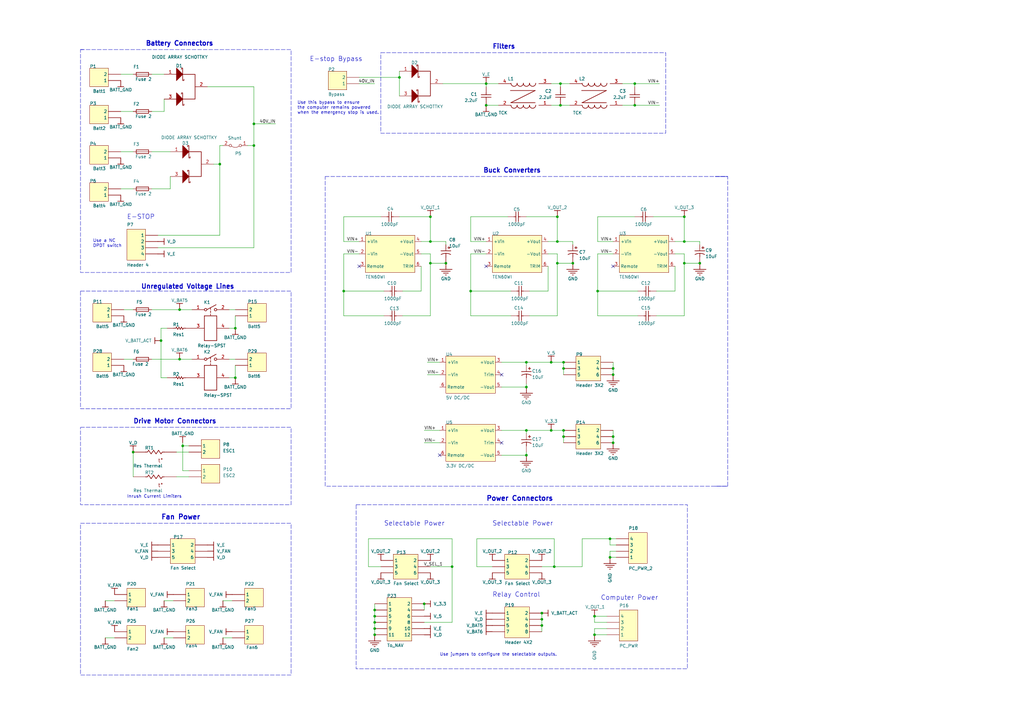
<source format=kicad_sch>
(kicad_sch (version 20230121) (generator eeschema)
  (paper "A3")
  (junction (at 234.95 107.95))
  (junction (at 182.88 107.95))
  (junction (at 153.67 257.81))
  (junction (at 228.6 99.06))
  (junction (at 176.53 99.06))
  (junction (at 227.33 232.41))
  (junction (at 153.67 250.19))
  (junction (at 54.61 185.42))
  (junction (at 231.14 176.53))
  (junction (at 193.04 119.38))
  (junction (at 104.14 59.69))
  (junction (at 66.04 139.7))
  (junction (at 104.14 50.8))
  (junction (at 215.9 148.59))
  (junction (at 280.67 99.06))
  (junction (at 228.6 88.9))
  (junction (at 96.52 134.62))
  (junction (at 251.46 153.67))
  (junction (at 231.14 148.59))
  (junction (at 153.67 252.73))
  (junction (at 199.39 43.18))
  (junction (at 250.19 228.6))
  (junction (at 231.14 179.07))
  (junction (at 251.46 181.61))
  (junction (at 215.9 176.53))
  (junction (at 243.84 260.35))
  (junction (at 176.53 107.95))
  (junction (at 222.25 256.54))
  (junction (at 245.11 119.38))
  (junction (at 260.35 43.18))
  (junction (at 226.06 176.53))
  (junction (at 222.25 254))
  (junction (at 96.52 154.94))
  (junction (at 280.67 88.9))
  (junction (at 153.67 260.35))
  (junction (at 287.02 107.95))
  (junction (at 73.66 147.32))
  (junction (at 74.93 182.88))
  (junction (at 260.35 34.29))
  (junction (at 163.83 31.75))
  (junction (at 185.42 232.41))
  (junction (at 226.06 148.59))
  (junction (at 250.19 220.98))
  (junction (at 229.87 34.29))
  (junction (at 73.66 127))
  (junction (at 229.87 43.18))
  (junction (at 173.99 247.65))
  (junction (at 215.9 186.69))
  (junction (at 90.17 67.31))
  (junction (at 231.14 151.13))
  (junction (at 222.25 251.46))
  (junction (at 215.9 158.75))
  (junction (at 140.97 119.38))
  (junction (at 251.46 179.07))
  (junction (at 228.6 107.95))
  (junction (at 243.84 252.73))
  (junction (at 251.46 151.13))
  (junction (at 176.53 88.9))
  (junction (at 280.67 107.95))
  (junction (at 153.67 255.27))
  (junction (at 199.39 34.29))
  (no_connect (at 199.39 109.22))
  (no_connect (at 251.46 109.22))
  (no_connect (at 147.32 109.22))
  (no_connect (at 205.74 153.67))
  (no_connect (at 205.74 181.61))
  (no_connect (at 180.34 186.69))
  (wire (pts (xy 245.11 119.38) (xy 245.11 129.54)))
  (wire (pts (xy 140.97 99.06) (xy 140.97 88.9)))
  (wire (pts (xy 50.8 127) (xy 54.61 127)))
  (wire (pts (xy 238.76 220.98) (xy 250.19 220.98)))
  (wire (pts (xy 182.88 100.33) (xy 182.88 99.06)))
  (wire (pts (xy 43.18 261.62) (xy 46.99 261.62)))
  (wire (pts (xy 229.87 34.29) (xy 233.68 34.29)))
  (wire (pts (xy 62.23 127) (xy 73.66 127)))
  (wire (pts (xy 49.53 45.72) (xy 54.61 45.72)))
  (wire (pts (xy 66.04 134.62) (xy 66.04 139.7)))
  (wire (pts (xy 172.72 104.14) (xy 176.53 104.14)))
  (wire (pts (xy 173.99 255.27) (xy 185.42 255.27)))
  (wire (pts (xy 226.06 34.29) (xy 229.87 34.29)))
  (wire (pts (xy 101.6 59.69) (xy 104.14 59.69)))
  (wire (pts (xy 255.27 34.29) (xy 260.35 34.29)))
  (wire (pts (xy 255.27 43.18) (xy 260.35 43.18)))
  (wire (pts (xy 185.42 220.98) (xy 185.42 232.41)))
  (wire (pts (xy 165.1 129.54) (xy 176.53 129.54)))
  (wire (pts (xy 269.24 119.38) (xy 276.86 119.38)))
  (wire (pts (xy 250.19 226.06) (xy 250.19 228.6)))
  (wire (pts (xy 231.14 151.13) (xy 231.14 153.67)))
  (wire (pts (xy 173.99 181.61) (xy 180.34 181.61)))
  (wire (pts (xy 49.53 62.23) (xy 54.61 62.23)))
  (wire (pts (xy 157.48 129.54) (xy 140.97 129.54)))
  (wire (pts (xy 96.52 129.54) (xy 96.52 134.62)))
  (wire (pts (xy 227.33 232.41) (xy 227.33 220.98)))
  (polyline (pts (xy 293.37 199.39) (xy 298.45 199.39)))
  (wire (pts (xy 238.76 232.41) (xy 227.33 232.41)))
  (wire (pts (xy 104.14 59.69) (xy 104.14 101.6)))
  (wire (pts (xy 176.53 88.9) (xy 176.53 99.06)))
  (wire (pts (xy 251.46 148.59) (xy 251.46 151.13)))
  (wire (pts (xy 140.97 129.54) (xy 140.97 119.38)))
  (wire (pts (xy 224.79 109.22) (xy 224.79 119.38)))
  (wire (pts (xy 251.46 176.53) (xy 251.46 179.07)))
  (wire (pts (xy 199.39 34.29) (xy 204.47 34.29)))
  (wire (pts (xy 199.39 43.18) (xy 204.47 43.18)))
  (wire (pts (xy 229.87 43.18) (xy 233.68 43.18)))
  (wire (pts (xy 250.19 223.52) (xy 252.73 223.52)))
  (wire (pts (xy 252.73 226.06) (xy 250.19 226.06)))
  (wire (pts (xy 69.85 72.39) (xy 69.85 77.47)))
  (wire (pts (xy 72.39 195.58) (xy 77.47 195.58)))
  (wire (pts (xy 140.97 99.06) (xy 147.32 99.06)))
  (wire (pts (xy 222.25 256.54) (xy 222.25 259.08)))
  (wire (pts (xy 260.35 34.29) (xy 260.35 35.56)))
  (wire (pts (xy 222.25 254) (xy 222.25 256.54)))
  (wire (pts (xy 228.6 107.95) (xy 228.6 129.54)))
  (wire (pts (xy 238.76 232.41) (xy 238.76 220.98)))
  (wire (pts (xy 153.67 247.65) (xy 153.67 250.19)))
  (wire (pts (xy 90.17 59.69) (xy 91.44 59.69)))
  (wire (pts (xy 217.17 129.54) (xy 228.6 129.54)))
  (wire (pts (xy 226.06 148.59) (xy 231.14 148.59)))
  (wire (pts (xy 267.97 88.9) (xy 280.67 88.9)))
  (wire (pts (xy 90.17 67.31) (xy 90.17 96.52)))
  (wire (pts (xy 140.97 104.14) (xy 147.32 104.14)))
  (wire (pts (xy 205.74 148.59) (xy 215.9 148.59)))
  (wire (pts (xy 201.93 232.41) (xy 195.58 232.41)))
  (wire (pts (xy 280.67 99.06) (xy 287.02 99.06)))
  (polyline (pts (xy 33.02 20.32) (xy 34.29 20.32)))
  (wire (pts (xy 224.79 99.06) (xy 228.6 99.06)))
  (wire (pts (xy 231.14 179.07) (xy 231.14 181.61)))
  (wire (pts (xy 50.8 147.32) (xy 54.61 147.32)))
  (wire (pts (xy 172.72 99.06) (xy 176.53 99.06)))
  (wire (pts (xy 195.58 220.98) (xy 227.33 220.98)))
  (wire (pts (xy 77.47 193.04) (xy 74.93 193.04)))
  (wire (pts (xy 193.04 88.9) (xy 193.04 99.06)))
  (wire (pts (xy 151.13 220.98) (xy 185.42 220.98)))
  (wire (pts (xy 215.9 185.42) (xy 215.9 186.69)))
  (wire (pts (xy 260.35 34.29) (xy 270.51 34.29)))
  (wire (pts (xy 231.14 176.53) (xy 231.14 179.07)))
  (wire (pts (xy 140.97 104.14) (xy 140.97 119.38)))
  (wire (pts (xy 176.53 107.95) (xy 182.88 107.95)))
  (wire (pts (xy 176.53 232.41) (xy 185.42 232.41)))
  (wire (pts (xy 54.61 185.42) (xy 54.61 195.58)))
  (wire (pts (xy 205.74 186.69) (xy 215.9 186.69)))
  (wire (pts (xy 176.53 99.06) (xy 182.88 99.06)))
  (wire (pts (xy 62.23 147.32) (xy 73.66 147.32)))
  (wire (pts (xy 224.79 104.14) (xy 228.6 104.14)))
  (wire (pts (xy 173.99 176.53) (xy 180.34 176.53)))
  (wire (pts (xy 74.93 182.88) (xy 74.93 193.04)))
  (wire (pts (xy 208.28 88.9) (xy 193.04 88.9)))
  (wire (pts (xy 104.14 35.56) (xy 104.14 50.8)))
  (wire (pts (xy 64.77 96.52) (xy 90.17 96.52)))
  (wire (pts (xy 153.67 257.81) (xy 153.67 260.35)))
  (wire (pts (xy 87.63 67.31) (xy 90.17 67.31)))
  (wire (pts (xy 250.19 228.6) (xy 252.73 228.6)))
  (wire (pts (xy 215.9 88.9) (xy 228.6 88.9)))
  (wire (pts (xy 153.67 255.27) (xy 153.67 257.81)))
  (wire (pts (xy 215.9 157.48) (xy 215.9 158.75)))
  (wire (pts (xy 280.67 88.9) (xy 280.67 99.06)))
  (wire (pts (xy 73.66 127) (xy 78.74 127)))
  (wire (pts (xy 224.79 119.38) (xy 217.17 119.38)))
  (wire (pts (xy 68.58 134.62) (xy 66.04 134.62)))
  (wire (pts (xy 49.53 77.47) (xy 54.61 77.47)))
  (wire (pts (xy 66.04 154.94) (xy 66.04 139.7)))
  (wire (pts (xy 209.55 129.54) (xy 193.04 129.54)))
  (wire (pts (xy 280.67 107.95) (xy 280.67 129.54)))
  (wire (pts (xy 193.04 99.06) (xy 199.39 99.06)))
  (wire (pts (xy 276.86 119.38) (xy 276.86 109.22)))
  (wire (pts (xy 193.04 104.14) (xy 193.04 119.38)))
  (wire (pts (xy 243.84 255.27) (xy 243.84 252.73)))
  (wire (pts (xy 215.9 148.59) (xy 226.06 148.59)))
  (wire (pts (xy 243.84 257.81) (xy 243.84 260.35)))
  (wire (pts (xy 251.46 99.06) (xy 245.11 99.06)))
  (wire (pts (xy 245.11 88.9) (xy 245.11 99.06)))
  (wire (pts (xy 163.83 29.21) (xy 163.83 31.75)))
  (wire (pts (xy 140.97 119.38) (xy 157.48 119.38)))
  (wire (pts (xy 195.58 232.41) (xy 195.58 220.98)))
  (wire (pts (xy 49.53 30.48) (xy 54.61 30.48)))
  (wire (pts (xy 228.6 107.95) (xy 234.95 107.95)))
  (wire (pts (xy 245.11 104.14) (xy 251.46 104.14)))
  (wire (pts (xy 226.06 176.53) (xy 231.14 176.53)))
  (wire (pts (xy 172.72 109.22) (xy 172.72 119.38)))
  (wire (pts (xy 67.31 40.64) (xy 67.31 45.72)))
  (wire (pts (xy 248.92 255.27) (xy 243.84 255.27)))
  (wire (pts (xy 62.23 77.47) (xy 69.85 77.47)))
  (wire (pts (xy 62.23 30.48) (xy 67.31 30.48)))
  (wire (pts (xy 193.04 119.38) (xy 209.55 119.38)))
  (polyline (pts (xy 293.37 72.39) (xy 298.45 72.39)))
  (wire (pts (xy 243.84 252.73) (xy 248.92 252.73)))
  (wire (pts (xy 64.77 101.6) (xy 104.14 101.6)))
  (wire (pts (xy 280.67 107.95) (xy 287.02 107.95)))
  (wire (pts (xy 193.04 104.14) (xy 199.39 104.14)))
  (wire (pts (xy 260.35 43.18) (xy 270.51 43.18)))
  (wire (pts (xy 140.97 88.9) (xy 156.21 88.9)))
  (wire (pts (xy 222.25 251.46) (xy 222.25 254)))
  (wire (pts (xy 91.44 261.62) (xy 95.25 261.62)))
  (wire (pts (xy 199.39 34.29) (xy 199.39 35.56)))
  (wire (pts (xy 228.6 104.14) (xy 228.6 107.95)))
  (wire (pts (xy 74.93 181.61) (xy 74.93 182.88)))
  (wire (pts (xy 147.32 34.29) (xy 153.67 34.29)))
  (wire (pts (xy 181.61 34.29) (xy 199.39 34.29)))
  (wire (pts (xy 153.67 250.19) (xy 153.67 252.73)))
  (wire (pts (xy 85.09 35.56) (xy 104.14 35.56)))
  (wire (pts (xy 226.06 43.18) (xy 229.87 43.18)))
  (wire (pts (xy 231.14 148.59) (xy 231.14 151.13)))
  (wire (pts (xy 245.11 104.14) (xy 245.11 119.38)))
  (wire (pts (xy 67.31 261.62) (xy 71.12 261.62)))
  (wire (pts (xy 245.11 119.38) (xy 261.62 119.38)))
  (wire (pts (xy 193.04 129.54) (xy 193.04 119.38)))
  (wire (pts (xy 276.86 104.14) (xy 280.67 104.14)))
  (wire (pts (xy 113.03 50.8) (xy 104.14 50.8)))
  (wire (pts (xy 91.44 246.38) (xy 95.25 246.38)))
  (wire (pts (xy 151.13 232.41) (xy 151.13 220.98)))
  (wire (pts (xy 228.6 99.06) (xy 234.95 99.06)))
  (wire (pts (xy 153.67 252.73) (xy 153.67 255.27)))
  (wire (pts (xy 93.98 127) (xy 96.52 127)))
  (wire (pts (xy 215.9 176.53) (xy 226.06 176.53)))
  (wire (pts (xy 176.53 107.95) (xy 176.53 129.54)))
  (wire (pts (xy 243.84 260.35) (xy 248.92 260.35)))
  (wire (pts (xy 228.6 88.9) (xy 228.6 99.06)))
  (wire (pts (xy 245.11 129.54) (xy 261.62 129.54)))
  (wire (pts (xy 74.93 182.88) (xy 77.47 182.88)))
  (wire (pts (xy 215.9 148.59) (xy 215.9 149.86)))
  (wire (pts (xy 175.26 148.59) (xy 180.34 148.59)))
  (wire (pts (xy 245.11 88.9) (xy 260.35 88.9)))
  (wire (pts (xy 280.67 104.14) (xy 280.67 107.95)))
  (wire (pts (xy 93.98 134.62) (xy 96.52 134.62)))
  (wire (pts (xy 96.52 149.86) (xy 96.52 154.94)))
  (wire (pts (xy 165.1 119.38) (xy 172.72 119.38)))
  (wire (pts (xy 250.19 220.98) (xy 252.73 220.98)))
  (wire (pts (xy 222.25 232.41) (xy 227.33 232.41)))
  (wire (pts (xy 229.87 34.29) (xy 229.87 35.56)))
  (wire (pts (xy 163.83 31.75) (xy 163.83 39.37)))
  (wire (pts (xy 276.86 99.06) (xy 280.67 99.06)))
  (wire (pts (xy 93.98 154.94) (xy 96.52 154.94)))
  (wire (pts (xy 251.46 151.13) (xy 251.46 153.67)))
  (wire (pts (xy 205.74 176.53) (xy 215.9 176.53)))
  (wire (pts (xy 248.92 257.81) (xy 243.84 257.81)))
  (wire (pts (xy 156.21 232.41) (xy 151.13 232.41)))
  (wire (pts (xy 104.14 50.8) (xy 104.14 59.69)))
  (wire (pts (xy 68.58 154.94) (xy 66.04 154.94)))
  (wire (pts (xy 173.99 247.65) (xy 173.99 250.19)))
  (wire (pts (xy 163.83 88.9) (xy 176.53 88.9)))
  (wire (pts (xy 205.74 158.75) (xy 215.9 158.75)))
  (wire (pts (xy 67.31 45.72) (xy 62.23 45.72)))
  (wire (pts (xy 234.95 100.33) (xy 234.95 99.06)))
  (wire (pts (xy 43.18 246.38) (xy 46.99 246.38)))
  (wire (pts (xy 93.98 147.32) (xy 96.52 147.32)))
  (wire (pts (xy 90.17 59.69) (xy 90.17 67.31)))
  (wire (pts (xy 72.39 185.42) (xy 77.47 185.42)))
  (wire (pts (xy 251.46 179.07) (xy 251.46 181.61)))
  (wire (pts (xy 176.53 104.14) (xy 176.53 107.95)))
  (wire (pts (xy 269.24 129.54) (xy 280.67 129.54)))
  (wire (pts (xy 73.66 147.32) (xy 78.74 147.32)))
  (wire (pts (xy 147.32 31.75) (xy 163.83 31.75)))
  (wire (pts (xy 185.42 255.27) (xy 185.42 232.41)))
  (wire (pts (xy 287.02 99.06) (xy 287.02 100.33)))
  (wire (pts (xy 67.31 246.38) (xy 71.12 246.38)))
  (wire (pts (xy 215.9 176.53) (xy 215.9 177.8)))
  (wire (pts (xy 62.23 62.23) (xy 69.85 62.23)))
  (wire (pts (xy 250.19 220.98) (xy 250.19 223.52)))
  (wire (pts (xy 175.26 153.67) (xy 180.34 153.67)))
  (rectangle (start 33.02 20.32) (end 119.38 111.76) (stroke (width 0) (type dash)))
  (rectangle (start 33.02 214.63) (end 119.38 276.86) (stroke (width 0) (type dash)))
  (rectangle (start 33.02 175.26) (end 119.38 207.01) (stroke (width 0) (type dash)))
  (rectangle (start 156.21 21.59) (end 273.05 54.61) (stroke (width 0) (type dash)))
  (rectangle (start 133.35 72.39) (end 298.45 199.39) (stroke (width 0) (type dash)))
  (rectangle (start 146.05 207.01) (end 281.94 274.32) (stroke (width 0) (type dash)))
  (rectangle (start 33.02 119.38) (end 119.38 167.64) (stroke (width 0) (type dash)))
  (text "Filters" (at 201.93 20.32 0) (effects (font (size 1.905 1.905) bold) (justify left bottom)))
  (text "Use this bypass to ensure \nthe computer remains powered \nwhen the emergency stop is used." (at 121.92 46.99 0) (effects (font (size 1.27 1.27)) (justify left bottom)))
  (text "Relay Control" (at 201.93 245.11 0) (effects (font (size 1.905 1.905)) (justify left bottom)))
  (text "Selectable Power" (at 157.48 215.9 0) (effects (font (size 1.905 1.905)) (justify left bottom)))
  (text "Unregulated Voltage Lines" (at 57.785 118.745 0) (effects (font (size 1.905 1.905) bold) (justify left bottom)))
  (text "Buck Converters" (at 198.12 71.12 0) (effects (font (size 1.905 1.905) bold) (justify left bottom)))
  (text "Inrush Current Limiters" (at 52.07 204.47 0) (effects (font (size 1.27 1.27)) (justify left bottom)))
  (text "E-STOP" (at 52.07 90.17 0) (effects (font (size 1.905 1.905)) (justify left bottom)))
  (text "Use jumpers to configure the selectable outputs." (at 180.34 269.24 0) (effects (font (size 1.27 1.27)) (justify left bottom)))
  (text "Selectable Power" (at 201.93 215.9 0) (effects (font (size 1.905 1.905)) (justify left bottom)))
  (text "Drive Motor Connectors" (at 54.61 173.99 0) (effects (font (size 1.905 1.905) (thickness 0.381) bold) (justify left bottom)))
  (text "E-stop Bypass" (at 127 25.4 0) (effects (font (size 1.905 1.905)) (justify left bottom)))
  (text "Fan Power" (at 66.04 213.36 0) (effects (font (size 2 2) bold) (justify left bottom)))
  (text "Power Connectors" (at 199.39 205.74 0) (effects (font (size 2 2) bold) (justify left bottom)))
  (text "Use a NC \nDPDT switch" (at 38.1 101.6 0) (effects (font (size 1.27 1.27)) (justify left bottom)))
  (text "Battery Connectors\n" (at 59.69 19.05 0) (effects (font (size 1.905 1.905) (thickness 0.4) bold) (justify left bottom)))
  (text "Computer Power" (at 246.38 246.38 0) (effects (font (size 1.905 1.905)) (justify left bottom)))
  (label "VIN+" (at 175.26 148.59 0))
  (label "40V_IN" (at 113.03 50.8 180))
  (label "V_SEL_1" (at 181.61 232.41 180))
  (label "VIN-" (at 270.51 43.18 180))
  (label "VIN-" (at 175.26 153.67 0))
  (label "VIN+" (at 173.99 176.53 0))
  (label "VIN-" (at 194.31 104.14 0))
  (label "VIN-" (at 246.38 104.14 0))
  (label "VIN+" (at 194.31 99.06 0))
  (label "VIN+" (at 246.38 99.06 0))
  (label "40V_IN" (at 153.67 34.29 180))
  (label "VIN-" (at 173.99 181.61 0))
  (label "VIN+" (at 270.51 34.29 180))
  (label "VIN-" (at 142.24 104.14 0))
  (label "VIN+" (at 142.24 99.06 0))
  (symbol (lib_id "Power Distribution Board:V_FAN") (at 71.12 243.84 270) (unit 1)
    (property "Reference" "#PWR025" (effects hide))
    (property "Value" "V_FAN" (at 67.31 243.84 90) (effects (justify right)))
  )
  (symbol (lib_id "Power Distribution Board:2_Cap Semi") (at 161.29 91.44 0) (unit 1)
    (property "Reference" "C4" (at 158.75 86.36 0) (effects (justify left bottom)))
    (property "Value" "1000pF" (at 156.21 92.71 0) (effects (justify left bottom)))
    (property "Footprint" "PDB:SMD Cap" (effects hide))
  )
  (symbol (lib_id "Power Distribution Board:V_FAN") (at 64.77 226.06 270) (unit 1)
    (property "Reference" "#PWR021" (effects hide))
    (property "Value" "V_FAN" (at 60.96 226.06 90) (effects (justify right)))
  )
  (symbol (lib_id "Power Distribution Board:2_Cap Semi") (at 162.56 132.08 0) (unit 1)
    (property "Reference" "C13" (at 159.766 127.254 0) (effects (justify left bottom)))
    (property "Value" "1000pF" (at 157.48 133.35 0) (effects (justify left bottom)))
    (property "Footprint" "PDB:SMD Cap" (effects hide))
  )
  (symbol (lib_id "Power Distribution Board:V_5") (at 226.06 148.59 180) (unit 1)
    (property "Reference" "#PWR063" (effects hide))
    (property "Value" "V_5" (at 226.06 144.78 0))
  )
  (symbol (lib_id "Device:Fuse") (at 58.42 127 90) (unit 1)
    (property "Reference" "F5" (at 58.42 123.19 90) (effects (justify left bottom)))
    (property "Value" "Fuse 2" (at 62.23 128.27 90) (effects (justify left bottom)))
    (property "Footprint" "PDB:FuseHolder_2" (effects hide))
    (property "Part Number" "3568" (effects hide))
  )
  (symbol (lib_id "Power Distribution Board:0_Header 2") (at 82.55 198.12 0) (mirror x) (unit 1)
    (property "Reference" "P10" (at 91.44 191.77 0) (effects (justify left bottom)))
    (property "Value" "ESC2" (at 91.44 194.31 0) (effects (justify left bottom)))
    (property "Footprint" "PDB:MEGAFIT 2 RA" (effects hide))
    (property "Part Number" "1720641002" (effects hide))
  )
  (symbol (lib_id "Power Distribution Board:V_5") (at 173.99 252.73 90) (unit 1)
    (property "Reference" "#PWR043" (effects hide))
    (property "Value" "V_5" (at 177.8 252.73 90) (effects (justify right)))
  )
  (symbol (lib_id "Power Distribution Board:0_Res1") (at 71.12 132.08 0) (unit 1)
    (property "Reference" "R1" (at 70.866 133.858 0) (effects (justify left bottom)))
    (property "Value" "Res1" (at 70.866 137.922 0) (effects (justify left bottom)))
    (property "Footprint" "PDB:AXIAL-0.3" (effects hide))
  )
  (symbol (lib_id "Power Distribution Board:0_THN 20-2411WI") (at 182.88 189.23 0) (unit 1)
    (property "Reference" "U5" (at 182.88 173.99 0) (effects (justify left bottom)))
    (property "Value" "3.3V DC/DC" (at 182.88 191.77 0) (effects (justify left bottom)))
    (property "Footprint" "PDB:THN 20WI" (effects hide))
    (property "Part Number" "THN 30-4810WI" (effects hide))
  )
  (symbol (lib_id "Power Distribution Board:V_E") (at 199.39 34.29 180) (unit 1)
    (property "Reference" "#PWR057" (effects hide))
    (property "Value" "V_E" (at 199.39 30.48 0))
  )
  (symbol (lib_id "Power Distribution Board:V_OUT_2") (at 156.21 229.87 180) (unit 1)
    (property "Reference" "#PWR040" (effects hide))
    (property "Value" "V_OUT_2" (at 156.21 226.06 0))
  )
  (symbol (lib_id "Power Distribution Board:V_D") (at 85.09 228.6 90) (unit 1)
    (property "Reference" "#PWR033" (effects hide))
    (property "Value" "V_D" (at 88.9 228.6 90) (effects (justify right)))
  )
  (symbol (lib_id "Power Distribution Board:0_Header 2") (at 100.33 248.92 0) (mirror x) (unit 1)
    (property "Reference" "P22" (at 100.33 238.76 0) (effects (justify left bottom)))
    (property "Value" "Fan5" (at 100.33 248.92 0) (effects (justify left bottom)))
    (property "Footprint" "PDB:2 Pin Locking Shrouded Connector" (effects hide))
    (property "Part Number" "705430036" (effects hide))
  )
  (symbol (lib_id "Power Distribution Board:0_Header 3X2") (at 161.29 227.33 0) (unit 1)
    (property "Reference" "P13" (at 162.56 227.33 0) (effects (justify left bottom)))
    (property "Value" "Fan Select" (at 161.29 240.03 0) (effects (justify left bottom)))
    (property "Footprint" "PDB:HDR2X3" (effects hide))
  )
  (symbol (lib_id "Device:Fuse") (at 58.42 45.72 90) (unit 1)
    (property "Reference" "F2" (at 57.15 41.91 90) (effects (justify left bottom)))
    (property "Value" "Fuse 2" (at 62.23 46.99 90) (effects (justify left bottom)))
    (property "Footprint" "PDB:FuseHolder_2" (effects hide))
    (property "Part Number" "3568" (effects hide))
  )
  (symbol (lib_id "Device:Fuse") (at 58.42 30.48 90) (unit 1)
    (property "Reference" "F1" (at 57.15 26.67 90) (effects (justify left bottom)))
    (property "Value" "Fuse 2" (at 62.23 31.75 90) (effects (justify left bottom)))
    (property "Footprint" "PDB:FuseHolder_2" (effects hide))
    (property "Part Number" "3568" (effects hide))
  )
  (symbol (lib_id "Power Distribution Board:2_Cap Semi") (at 162.56 121.92 0) (unit 1)
    (property "Reference" "C10" (at 158.75 116.84 0) (effects (justify left bottom)))
    (property "Value" "1000pF" (at 157.48 123.19 0) (effects (justify left bottom)))
    (property "Footprint" "PDB:SMD Cap" (effects hide))
  )
  (symbol (lib_id "Power Distribution Board:0_Header 4X2") (at 207.01 248.92 0) (unit 1)
    (property "Reference" "P19" (at 207.01 248.92 0) (effects (justify left bottom)))
    (property "Value" "Header 4X2" (at 207.01 264.16 0) (effects (justify left bottom)))
    (property "Footprint" "PDB:HDR2X4" (effects hide))
  )
  (symbol (lib_id "Power Distribution Board:V_3.3") (at 226.06 176.53 180) (unit 1)
    (property "Reference" "#PWR064" (effects hide))
    (property "Value" "V_3.3" (at 226.06 172.72 0))
  )
  (symbol (lib_id "Power Distribution Board:GND") (at 215.9 158.75 0) (unit 1)
    (property "Reference" "#PWR061" (effects hide))
    (property "Value" "GND" (at 215.9 165.1 0))
  )
  (symbol (lib_id "Power Distribution Board:0_Relay-SPST") (at 83.82 144.78 0) (unit 1)
    (property "Reference" "K2" (at 83.566 145.034 0) (effects (justify left bottom)))
    (property "Value" "Relay-SPST" (at 83.566 162.814 0) (effects (justify left bottom)))
    (property "Footprint" "PDB:Relay Socket" (effects hide))
    (property "Part Number" "JW1-PS and JW1FSN-DC48V" (effects hide))
  )
  (symbol (lib_id "Power Distribution Board:0_MHDR1X4") (at 257.81 231.14 0) (mirror x) (unit 1)
    (property "Reference" "P18" (at 257.81 215.9 0) (effects (justify left bottom)))
    (property "Value" "PC_PWR_2" (at 257.81 232.41 0) (effects (justify left bottom)))
    (property "Footprint" "PDB:Minifit 4 RA" (effects hide))
    (property "Part Number" "26013115" (effects hide))
  )
  (symbol (lib_id "Power Distribution Board:3_Cap Pol3") (at 237.49 102.87 0) (unit 1)
    (property "Reference" "C7" (at 237.49 104.14 0) (effects (justify left bottom)))
    (property "Value" "10uF" (at 237.49 106.68 0) (effects (justify left bottom)))
    (property "Footprint" "PDB:SMD Cap Pol" (effects hide))
  )
  (symbol (lib_id "Power Distribution Board:V_E") (at 64.77 104.14 90) (unit 1)
    (property "Reference" "#PWR06" (effects hide))
    (property "Value" "V_E" (at 68.58 104.14 90) (effects (justify right)))
  )
  (symbol (lib_id "Power Distribution Board:0_Header 2") (at 52.07 264.16 0) (mirror x) (unit 1)
    (property "Reference" "P25" (at 52.07 254 0) (effects (justify left bottom)))
    (property "Value" "Fan2" (at 52.07 265.43 0) (effects (justify left bottom)))
    (property "Footprint" "PDB:2 Pin Locking Shrouded Connector" (effects hide))
    (property "Part Number" "705430036" (effects hide))
  )
  (symbol (lib_id "Power Distribution Board:BATT_GND") (at 43.18 261.62 0) (unit 1)
    (property "Reference" "#PWR015" (effects hide))
    (property "Value" "BATT_GND" (at 43.18 265.43 0))
  )
  (symbol (lib_id "Power Distribution Board:BATT_GND") (at 50.8 129.54 0) (unit 1)
    (property "Reference" "#PWR08" (effects hide))
    (property "Value" "BATT_GND" (at 50.8 133.35 0))
  )
  (symbol (lib_id "Power Distribution Board:2_Header 2") (at 44.45 50.8 0) (unit 1)
    (property "Reference" "P3" (at 36.83 43.18 0) (effects (justify left bottom)))
    (property "Value" "Batt2" (at 38.1 53.34 0) (effects (justify left bottom)))
    (property "Footprint" "PDB:MEGAFIT 2 RA" (effects hide))
    (property "Part Number" "1720641002" (effects hide))
  )
  (symbol (lib_id "Power Distribution Board:3_Cap Pol3") (at 218.44 152.4 0) (unit 1)
    (property "Reference" "C16" (at 218.186 152.908 0) (effects (justify left bottom)))
    (property "Value" "10uF" (at 218.186 155.448 0) (effects (justify left bottom)))
    (property "Footprint" "PDB:SMD Cap Pol" (effects hide))
  )
  (symbol (lib_id "Power Distribution Board:0_DIODE ARRAY SCHOTTKY 200V D2PAK") (at 67.31 40.64 0) (unit 1)
    (property "Reference" "D1" (at 72.136 27.686 0) (effects (justify left bottom)))
    (property "Value" "DIODE ARRAY SCHOTTKY" (at 62.23 24.13 0) (effects (justify left bottom)))
    (property "Footprint" "PDB:D2PAK3" (effects hide))
    (property "Part Number" "MBRB20200CTT4G" (effects hide))
  )
  (symbol (lib_id "Power Distribution Board:V_D") (at 64.77 99.06 90) (unit 1)
    (property "Reference" "#PWR07" (effects hide))
    (property "Value" "V_D" (at 68.58 99.06 90) (effects (justify right)))
  )
  (symbol (lib_id "Power Distribution Board:GND") (at 182.88 107.95 0) (unit 1)
    (property "Reference" "#PWR054" (effects hide))
    (property "Value" "GND" (at 182.88 114.3 0))
  )
  (symbol (lib_id "Power Distribution Board:V_OUT_1") (at 243.84 252.73 180) (unit 1)
    (property "Reference" "#PWR051" (effects hide))
    (property "Value" "V_OUT_1" (at 240.03 248.92 0) (effects (justify right)))
  )
  (symbol (lib_id "Power Distribution Board:V_D") (at 64.77 228.6 270) (unit 1)
    (property "Reference" "#PWR022" (effects hide))
    (property "Value" "V_D" (at 60.96 228.6 90) (effects (justify right)))
  )
  (symbol (lib_id "Power Distribution Board:GND") (at 153.67 260.35 0) (unit 1)
    (property "Reference" "#PWR039" (effects hide))
    (property "Value" "GND" (at 153.67 266.7 0))
  )
  (symbol (lib_id "Power Distribution Board:0_THN 20-2411WI") (at 182.88 161.29 0) (unit 1)
    (property "Reference" "U4" (at 182.88 146.05 0) (effects (justify left bottom)))
    (property "Value" "5V DC/DC" (at 182.88 163.83 0) (effects (justify left bottom)))
    (property "Footprint" "PDB:THN 20WI" (effects hide))
    (property "Part Number" "THN 30-4811WI" (effects hide))
  )
  (symbol (lib_id "Power Distribution Board:0_TEN 60WIN DC-DC") (at 254 111.76 0) (unit 1)
    (property "Reference" "U3" (at 254 96.52 0) (effects (justify left bottom)))
    (property "Value" "TEN60WI" (at 254 114.3 0) (effects (justify left bottom)))
    (property "Footprint" "PDB:TEN 60WIN" (effects hide))
    (property "Part Number" "TEN 60-4812WIN, TEN 40-1213E, or TEN 60-4815WIN" (effects hide))
  )
  (symbol (lib_id "Power Distribution Board:GND") (at 243.84 260.35 0) (unit 1)
    (property "Reference" "#PWR050" (effects hide))
    (property "Value" "GND" (at 243.84 266.7 90) (effects (justify right)))
  )
  (symbol (lib_id "Power Distribution Board:0_Header 3X2") (at 69.85 220.98 0) (unit 1)
    (property "Reference" "P17" (at 71.12 220.98 0) (effects (justify left bottom)))
    (property "Value" "Fan Select" (at 69.85 233.68 0) (effects (justify left bottom)))
    (property "Footprint" "PDB:HDR2X3" (effects hide))
  )
  (symbol (lib_id "Power Distribution Board:V_OUT_2") (at 228.6 88.9 180) (unit 1)
    (property "Reference" "#PWR059" (effects hide))
    (property "Value" "V_OUT_2" (at 228.6 85.09 0))
  )
  (symbol (lib_id "Power Distribution Board:V_3.3") (at 173.99 247.65 90) (unit 1)
    (property "Reference" "#PWR042" (effects hide))
    (property "Value" "V_3.3" (at 177.8 247.65 90) (effects (justify right)))
  )
  (symbol (lib_id "Power Distribution Board:V_E") (at 85.09 223.52 90) (unit 1)
    (property "Reference" "#PWR031" (effects hide))
    (property "Value" "V_E" (at 88.9 223.52 90) (effects (justify right)))
  )
  (symbol (lib_id "Power Distribution Board:0_Relay-SPST") (at 83.82 124.46 0) (unit 1)
    (property "Reference" "K1" (at 83.566 124.714 0) (effects (justify left bottom)))
    (property "Value" "Relay-SPST" (at 81.026 142.494 0) (effects (justify left bottom)))
    (property "Footprint" "PDB:Relay Socket" (effects hide))
    (property "Part Number" "JW1-PS and JW1FSN-DC48V" (effects hide))
  )
  (symbol (lib_id "Power Distribution Board:V_BAT5") (at 201.93 256.54 270) (unit 1)
    (property "Reference" "#PWR029" (effects hide))
    (property "Value" "V_BAT5" (at 198.12 256.54 90) (effects (justify right)))
  )
  (symbol (lib_id "Power Distribution Board:V_OUT_3") (at 176.53 234.95 0) (unit 1)
    (property "Reference" "#PWR047" (effects hide))
    (property "Value" "V_OUT_3" (at 176.53 238.76 0))
  )
  (symbol (lib_id "Power Distribution Board:2_Cap Semi") (at 214.63 121.92 0) (unit 1)
    (property "Reference" "C11" (at 210.82 116.84 0) (effects (justify left bottom)))
    (property "Value" "1000pF" (at 209.55 123.19 0) (effects (justify left bottom)))
    (property "Footprint" "PDB:SMD Cap" (effects hide))
  )
  (symbol (lib_id "Power Distribution Board:2_Header 2") (at 142.24 36.83 0) (unit 1)
    (property "Reference" "P2" (at 134.62 29.21 0) (effects (justify left bottom)))
    (property "Value" "Bypass" (at 134.62 39.37 0) (effects (justify left bottom)))
    (property "Footprint" "PDB:MEGAFIT 2 RA" (effects hide))
    (property "Part Number" "1720641002" (effects hide))
  )
  (symbol (lib_id "Power Distribution Board:V_OUT_3") (at 201.93 234.95 0) (unit 1)
    (property "Reference" "#PWR049" (effects hide))
    (property "Value" "V_OUT_3" (at 201.93 238.76 0))
  )
  (symbol (lib_id "Power Distribution Board:0_Header 2") (at 101.6 144.78 0) (unit 1)
    (property "Reference" "P29" (at 101.6 144.78 0) (effects (justify left bottom)))
    (property "Value" "Batt6" (at 101.6 154.94 0) (effects (justify left bottom)))
    (property "Footprint" "PDB:MEGAFIT 2 RA" (effects hide))
    (property "Part Number" "1720641002" (effects hide))
  )
  (symbol (lib_id "Power Distribution Board:2_Header 2") (at 45.72 152.4 0) (unit 1)
    (property "Reference" "P28" (at 38.1 144.78 0) (effects (justify left bottom)))
    (property "Value" "Batt6" (at 39.37 154.94 0) (effects (justify left bottom)))
    (property "Footprint" "PDB:MEGAFIT 2 RA" (effects hide))
    (property "Part Number" "1720641002" (effects hide))
  )
  (symbol (lib_id "Power Distribution Board:GND") (at 251.46 181.61 0) (unit 1)
    (property "Reference" "#PWR068" (effects hide))
    (property "Value" "GND" (at 251.46 187.96 0))
  )
  (symbol (lib_id "Power Distribution Board:0_Header 3X2") (at 207.01 227.33 0) (unit 1)
    (property "Reference" "P12" (at 208.28 227.33 0) (effects (justify left bottom)))
    (property "Value" "Fan Select" (at 207.01 240.03 0) (effects (justify left bottom)))
    (property "Footprint" "PDB:HDR2X3" (effects hide))
  )
  (symbol (lib_id "Power Distribution Board:0_Header 3X2") (at 236.22 173.99 0) (unit 1)
    (property "Reference" "P14" (at 236.22 173.99 0) (effects (justify left bottom)))
    (property "Value" "Header 3X2" (at 236.22 186.69 0) (effects (justify left bottom)))
    (property "Footprint" "PDB:HDR2X3" (effects hide))
  )
  (symbol (lib_id "Power Distribution Board:3_Cap Semi") (at 262.89 38.1 0) (unit 1)
    (property "Reference" "C3" (at 254 38.1 0) (effects (justify left bottom)))
    (property "Value" "2.2uF" (at 251.46 40.64 0) (effects (justify left bottom)))
    (property "Footprint" "PDB:SMD Cap" (effects hide))
  )
  (symbol (lib_id "Power Distribution Board:0_DIODE ARRAY SCHOTTKY 200V D2PAK") (at 69.85 72.39 0) (unit 1)
    (property "Reference" "D3" (at 74.676 59.436 0) (effects (justify left bottom)))
    (property "Value" "DIODE ARRAY SCHOTTKY" (at 66.04 57.15 0) (effects (justify left bottom)))
    (property "Footprint" "PDB:D2PAK3" (effects hide))
    (property "Part Number" "MBRB20200CTT4G" (effects hide))
  )
  (symbol (lib_id "Power Distribution Board:V_FAN") (at 85.09 226.06 90) (unit 1)
    (property "Reference" "#PWR032" (effects hide))
    (property "Value" "V_FAN" (at 88.9 226.06 90) (effects (justify right)))
  )
  (symbol (lib_id "Power Distribution Board:V_FAN") (at 71.12 259.08 270) (unit 1)
    (property "Reference" "#PWR026" (effects hide))
    (property "Value" "V_FAN" (at 67.31 259.08 90) (effects (justify right)))
  )
  (symbol (lib_id "Power Distribution Board:3_Cap Semi") (at 232.41 38.1 0) (unit 1)
    (property "Reference" "C2" (at 223.52 38.1 0) (effects (justify left bottom)))
    (property "Value" "2.2uF" (at 220.98 40.64 0) (effects (justify left bottom)))
    (property "Footprint" "PDB:SMD Cap" (effects hide))
  )
  (symbol (lib_id "Power Distribution Board:GND") (at 215.9 186.69 0) (unit 1)
    (property "Reference" "#PWR062" (effects hide))
    (property "Value" "GND" (at 215.9 193.04 0))
  )
  (symbol (lib_id "Power Distribution Board:V_OUT_3") (at 280.67 88.9 180) (unit 1)
    (property "Reference" "#PWR065" (effects hide))
    (property "Value" "V_OUT_3" (at 280.67 85.09 0))
  )
  (symbol (lib_id "Device:Fuse") (at 58.42 62.23 90) (unit 1)
    (property "Reference" "F3" (at 57.15 58.42 90) (effects (justify left bottom)))
    (property "Value" "Fuse 2" (at 62.23 63.5 90) (effects (justify left bottom)))
    (property "Footprint" "PDB:FuseHolder_2" (effects hide))
    (property "Part Number" "3568" (effects hide))
  )
  (symbol (lib_id "Power Distribution Board:2_Header 4") (at 59.69 93.98 0) (mirror x) (unit 1)
    (property "Reference" "P7" (at 52.07 91.44 0) (effects (justify left bottom)))
    (property "Value" "Header 4" (at 52.07 107.95 0) (effects (justify left bottom)))
    (property "Footprint" "PDB:MEGAFIT 4 RA" (effects hide))
    (property "Part Number" "768250004" (effects hide))
  )
  (symbol (lib_id "Power Distribution Board:BATT_GND") (at 49.53 48.26 0) (unit 1)
    (property "Reference" "#PWR03" (effects hide))
    (property "Value" "BATT_GND" (at 49.53 52.07 0))
  )
  (symbol (lib_id "Power Distribution Board:V_E") (at 201.93 251.46 270) (unit 1)
    (property "Reference" "#PWR027" (effects hide))
    (property "Value" "V_E" (at 198.12 251.46 90) (effects (justify right)))
  )
  (symbol (lib_id "Power Distribution Board:2_Header 2") (at 44.45 35.56 0) (unit 1)
    (property "Reference" "P1" (at 36.83 27.94 0) (effects (justify left bottom)))
    (property "Value" "Batt1" (at 38.1 38.1 0) (effects (justify left bottom)))
    (property "Footprint" "PDB:MEGAFIT 2 RA" (effects hide))
    (property "Part Number" "1720641002" (effects hide))
  )
  (symbol (lib_id "Power Distribution Board:3_Cap Semi") (at 201.93 38.1 0) (unit 1)
    (property "Reference" "C1" (at 193.04 39.37 0) (effects (justify left bottom)))
    (property "Value" "2.2uF" (at 190.5 41.91 0) (effects (justify left bottom)))
    (property "Footprint" "PDB:SMD Cap" (effects hide))
  )
  (symbol (lib_id "Device:Fuse") (at 58.42 147.32 90) (unit 1)
    (property "Reference" "F6" (at 57.15 143.51 90) (effects (justify left bottom)))
    (property "Value" "Fuse 2" (at 60.96 148.59 90) (effects (justify left bottom)))
    (property "Footprint" "PDB:FuseHolder_2" (effects hide))
    (property "Part Number" "3568" (effects hide))
  )
  (symbol (lib_id "Power Distribution Board:0_Header 2") (at 82.55 187.96 0) (mirror x) (unit 1)
    (property "Reference" "P8" (at 91.44 181.61 0) (effects (justify left bottom)))
    (property "Value" "ESC1" (at 91.44 184.15 0) (effects (justify left bottom)))
    (property "Footprint" "PDB:MEGAFIT 2 RA" (effects hide))
    (property "Part Number" "1720641002" (effects hide))
  )
  (symbol (lib_id "Power Distribution Board:GND") (at 234.95 107.95 0) (unit 1)
    (property "Reference" "#PWR060" (effects hide))
    (property "Value" "GND" (at 234.95 114.3 0))
  )
  (symbol (lib_id "Power Distribution Board:BATT_GND") (at 91.44 261.62 0) (unit 1)
    (property "Reference" "#PWR035" (effects hide))
    (property "Value" "BATT_GND" (at 91.44 265.43 0))
  )
  (symbol (lib_id "Power Distribution Board:V_OUT_3") (at 222.25 234.95 0) (unit 1)
    (property "Reference" "#PWR056" (effects hide))
    (property "Value" "V_OUT_3" (at 222.25 238.76 0))
  )
  (symbol (lib_id "Power Distribution Board:0_TEN 60WIN DC-DC") (at 201.93 111.76 0) (unit 1)
    (property "Reference" "U2" (at 201.93 96.52 0) (effects (justify left bottom)))
    (property "Value" "TEN60WI" (at 201.93 114.3 0) (effects (justify left bottom)))
    (property "Footprint" "PDB:TEN 60WIN" (effects hide))
    (property "Part Number" "TEN 60-4812WIN, TEN 40-1213E, or TEN 60-4815WIN" (effects hide))
  )
  (symbol (lib_id "Power Distribution Board:V_E") (at 173.99 257.81 90) (unit 1)
    (property "Reference" "#PWR044" (effects hide))
    (property "Value" "V_E" (at 177.8 257.81 90) (effects (justify right)))
  )
  (symbol (lib_id "Power Distribution Board:V_D") (at 54.61 185.42 180) (unit 1)
    (property "Reference" "#PWR01" (effects hide))
    (property "Value" "V_D" (at 54.61 181.61 0))
  )
  (symbol (lib_id "Power Distribution Board:BATT_GND") (at 96.52 154.94 0) (unit 1)
    (property "Reference" "#PWR019" (effects hide))
    (property "Value" "BATT_GND" (at 96.52 158.75 0))
  )
  (symbol (lib_id "Power Distribution Board:3_Cap Pol3") (at 185.42 102.87 0) (unit 1)
    (property "Reference" "C8" (at 184.15 99.06 0) (effects (justify left bottom)))
    (property "Value" "10uF" (at 184.15 101.6 0) (effects (justify left bottom)))
    (property "Footprint" "PDB:SMD Cap Pol" (effects hide))
  )
  (symbol (lib_id "Power Distribution Board:BATT_GND") (at 50.8 149.86 0) (unit 1)
    (property "Reference" "#PWR09" (effects hide))
    (property "Value" "BATT_GND" (at 50.8 153.67 0))
  )
  (symbol (lib_id "Power Distribution Board:2_Cap Semi") (at 266.7 132.08 0) (unit 1)
    (property "Reference" "C15" (at 262.89 127 0) (effects (justify left bottom)))
    (property "Value" "1000pF" (at 261.62 133.35 0) (effects (justify left bottom)))
    (property "Footprint" "PDB:SMD Cap" (effects hide))
  )
  (symbol (lib_id "Power Distribution Board:0_Header 3X2") (at 236.22 146.05 0) (unit 1)
    (property "Reference" "P9" (at 236.22 146.05 0) (effects (justify left bottom)))
    (property "Value" "Header 3X2" (at 236.22 158.75 0) (effects (justify left bottom)))
    (property "Footprint" "PDB:HDR2X3" (effects hide))
  )
  (symbol (lib_id "Power Distribution Board:BATT_GND") (at 49.53 64.77 0) (unit 1)
    (property "Reference" "#PWR04" (effects hide))
    (property "Value" "BATT_GND" (at 49.53 68.58 0))
  )
  (symbol (lib_id "Power Distribution Board:0_Res Thermal") (at 59.69 193.04 0) (unit 1)
    (property "Reference" "RT2" (at 59.436 194.564 0) (effects (justify left bottom)))
    (property "Value" "Res Thermal" (at 54.61 201.93 0) (effects (justify left bottom)))
    (property "Footprint" "PDB:ICL" (effects hide))
    (property "Part Number" "SL12 1R010" (effects hide))
  )
  (symbol (lib_id "Power Distribution Board:2_TCK Common Mode CHoke") (at 204.47 43.18 0) (unit 1)
    (property "Reference" "L1" (at 208.28 33.02 0) (effects (justify left bottom)))
    (property "Value" "TCK" (at 204.47 46.99 0) (effects (justify left bottom)))
    (property "Footprint" "PDB:TCK Choke" (effects hide))
    (property "Part Number" "TCK-053" (effects hide))
  )
  (symbol (lib_id "Power Distribution Board:3_Cap Pol3") (at 218.44 180.34 0) (unit 1)
    (property "Reference" "C17" (at 218.186 180.848 0) (effects (justify left bottom)))
    (property "Value" "10uF" (at 218.186 183.388 0) (effects (justify left bottom)))
    (property "Footprint" "PDB:SMD Cap Pol" (effects hide))
  )
  (symbol (lib_id "Power Distribution Board:V_BATT_ACT") (at 66.04 139.7 270) (unit 1)
    (property "Reference" "#PWR011" (effects hide))
    (property "Value" "V_BATT_ACT" (at 62.23 139.7 90) (effects (justify right)))
  )
  (symbol (lib_id "Power Distribution Board:V_FAN") (at 46.99 243.84 180) (unit 1)
    (property "Reference" "#PWR016" (effects hide))
    (property "Value" "V_FAN" (at 46.99 240.03 0))
  )
  (symbol (lib_id "Power Distribution Board:2_Cap Semi") (at 214.63 132.08 0) (unit 1)
    (property "Reference" "C14" (at 210.82 127 0) (effects (justify left bottom)))
    (property "Value" "1000pF" (at 209.55 133.35 0) (effects (justify left bottom)))
    (property "Footprint" "PDB:SMD Cap" (effects hide))
  )
  (symbol (lib_id "Power Distribution Board:0_Header 6X2") (at 158.75 245.11 0) (unit 1)
    (property "Reference" "P23" (at 158.75 245.11 0) (effects (justify left bottom)))
    (property "Value" "To_NAV" (at 158.75 265.43 0) (effects (justify left bottom)))
    (property "Footprint" "PDB:Microfit 8" (effects hide))
    (property "Part Number" "430451200" (effects hide))
  )
  (symbol (lib_id "Power Distribution Board:V_OUT_3") (at 156.21 234.95 0) (unit 1)
    (property "Reference" "#PWR041" (effects hide))
    (property "Value" "V_OUT_3" (at 156.21 238.76 0))
  )
  (symbol (lib_id "Power Distribution Board:2_Cap Semi") (at 213.36 91.44 0) (unit 1)
    (property "Reference" "C5" (at 210.566 86.614 0) (effects (justify left bottom)))
    (property "Value" "1000pF" (at 208.28 92.71 0) (effects (justify left bottom)))
    (property "Footprint" "PDB:SMD Cap" (effects hide))
  )
  (symbol (lib_id "Power Distribution Board:2_TCK Common Mode CHoke") (at 233.68 43.18 0) (unit 1)
    (property "Reference" "L2" (at 237.49 33.02 0) (effects (justify left bottom)))
    (property "Value" "TCK" (at 234.95 46.99 0) (effects (justify left bottom)))
    (property "Footprint" "PDB:TCK Choke" (effects hide))
    (property "Part Number" "TCK-076" (effects hide))
  )
  (symbol (lib_id "Power Distribution Board:BATT_GND") (at 91.44 246.38 0) (unit 1)
    (property "Reference" "#PWR034" (effects hide))
    (property "Value" "BATT_GND" (at 91.44 250.19 0))
  )
  (symbol (lib_id "Power Distribution Board:BATT_GND") (at 74.93 181.61 180) (unit 1)
    (property "Reference" "#PWR010" (effects hide))
    (property "Value" "BATT_GND" (at 74.93 177.8 0))
  )
  (symbol (lib_id "Power Distribution Board:BATT_GND") (at 49.53 33.02 0) (unit 1)
    (property "Reference" "#PWR02" (effects hide))
    (property "Value" "BATT_GND" (at 49.53 36.83 0))
  )
  (symbol (lib_id "Power Distribution Board:V_D") (at 201.93 254 270) (unit 1)
    (property "Reference" "#PWR028" (effects hide))
    (property "Value" "V_D" (at 198.12 254 90) (effects (justify right)))
  )
  (symbol (lib_id "Power Distribution Board:GND") (at 250.19 228.6 0) (unit 1)
    (property "Reference" "#PWR052" (effects hide))
    (property "Value" "GND" (at 250.19 234.95 90) (effects (justify right)))
  )
  (symbol (lib_id "Power Distribution Board:0_Header 2") (at 100.33 264.16 0) (mirror x) (unit 1)
    (property "Reference" "P27" (at 100.33 254 0) (effects (justify left bottom)))
    (property "Value" "Fan6" (at 100.965 264.795 0) (effects (justify left bottom)))
    (property "Footprint" "PDB:2 Pin Locking Shrouded Connector" (effects hide))
    (property "Part Number" "705430036" (effects hide))
  )
  (symbol (lib_id "Power Distribution Board:BATT_GND") (at 96.52 134.62 0) (unit 1)
    (property "Reference" "#PWR018" (effects hide))
    (property "Value" "BATT_GND" (at 96.52 138.43 0))
  )
  (symbol (lib_id "Power Distribution Board:V_OUT_2") (at 201.93 229.87 180) (unit 1)
    (property "Reference" "#PWR048" (effects hide))
    (property "Value" "V_OUT_2" (at 201.93 226.06 0))
  )
  (symbol (lib_id "Power Distribution Board:0_TEN 60WIN DC-DC") (at 149.86 111.76 0) (unit 1)
    (property "Reference" "U1" (at 149.86 96.52 0) (effects (justify left bottom)))
    (property "Value" "TEN60WI" (at 149.86 114.3 0) (effects (justify left bottom)))
    (property "Footprint" "PDB:TEN 60WIN" (effects hide))
    (property "Part Number" "TEN 60-4812WIN, TEN 40-1213E, or TEN 60-4815WIN" (effects hide))
  )
  (symbol (lib_id "Power Distribution Board:2_Header 2") (at 44.45 82.55 0) (unit 1)
    (property "Reference" "P6" (at 36.83 74.93 0) (effects (justify left bottom)))
    (property "Value" "Batt4" (at 38.1 85.09 0) (effects (justify left bottom)))
    (property "Footprint" "PDB:MEGAFIT 2 RA" (effects hide))
    (property "Part Number" "1720641002" (effects hide))
  )
  (symbol (lib_id "Power Distribution Board:V_BAT6") (at 201.93 259.08 270) (unit 1)
    (property "Reference" "#PWR030" (effects hide))
    (property "Value" "V_BAT6" (at 198.12 259.08 90) (effects (justify right)))
  )
  (symbol (lib_id "Power Distribution Board:2_Cap Semi") (at 266.7 121.92 0) (unit 1)
    (property "Reference" "C12" (at 262.89 116.84 0) (effects (justify left bottom)))
    (property "Value" "1000pF" (at 261.62 123.19 0) (effects (justify left bottom)))
    (property "Footprint" "PDB:SMD Cap" (effects hide))
  )
  (symbol (lib_id "Power Distribution Board:V_BAT6") (at 73.66 147.32 180) (unit 1)
    (property "Reference" "#PWR013" (effects hide))
    (property "Value" "V_BAT6" (at 73.66 143.51 0))
  )
  (symbol (lib_id "Power Distribution Board:0_Header 2") (at 76.2 248.92 0) (mirror x) (unit 1)
    (property "Reference" "P21" (at 76.2 238.76 0) (effects (justify left bottom)))
    (property "Value" "Fan3" (at 76.2 248.92 0) (effects (justify left bottom)))
    (property "Footprint" "PDB:2 Pin Locking Shrouded Connector" (effects hide))
    (property "Part Number" "705430036" (effects hide))
  )
  (symbol (lib_id "Power Distribution Board:2_Cap Semi") (at 265.43 91.44 0) (unit 1)
    (property "Reference" "C6" (at 262.636 86.614 0) (effects (justify left bottom)))
    (property "Value" "1000pF" (at 260.35 92.71 0) (effects (justify left bottom)))
    (property "Footprint" "PDB:SMD Cap" (effects hide))
  )
  (symbol (lib_id "Power Distribution Board:BATT_GND") (at 49.53 80.01 0) (unit 1)
    (property "Reference" "#PWR05" (effects hide))
    (property "Value" "BATT_GND" (at 49.53 83.82 0))
  )
  (symbol (lib_id "Power Distribution Board:0_Header 2") (at 101.6 124.46 0) (unit 1)
    (property "Reference" "P15" (at 101.6 124.46 0) (effects (justify left bottom)))
    (property "Value" "Batt5" (at 101.6 134.62 0) (effects (justify left bottom)))
    (property "Footprint" "PDB:MEGAFIT 2 RA" (effects hide))
    (property "Part Number" "1720641002" (effects hide))
  )
  (symbol (lib_id "Device:Fuse") (at 58.42 77.47 90) (unit 1)
    (property "Reference" "F4" (at 57.15 73.66 90) (effects (justify left bottom)))
    (property "Value" "Fuse 2" (at 62.23 78.74 90) (effects (justify left bottom)))
    (property "Footprint" "PDB:FuseHolder_2" (effects hide))
    (property "Part Number" "3568" (effects hide))
  )
  (symbol (lib_id "Power Distribution Board:V_D") (at 173.99 260.35 90) (unit 1)
    (property "Reference" "#PWR045" (effects hide))
    (property "Value" "V_D" (at 177.8 260.35 90) (effects (justify right)))
  )
  (symbol (lib_id "Power Distribution Board:3_Cap Pol3") (at 289.56 102.87 0) (unit 1)
    (property "Reference" "C9" (at 289.306 103.378 0) (effects (justify left bottom)))
    (property "Value" "10uF" (at 289.306 105.918 0) (effects (justify left bottom)))
    (property "Footprint" "PDB:SMD Cap Pol" (effects hide))
  )
  (symbol (lib_id "Power Distribution Board:V_BAT5") (at 73.66 127 180) (unit 1)
    (property "Reference" "#PWR012" (effects hide))
    (property "Value" "V_BAT5" (at 73.66 123.19 0))
  )
  (symbol (lib_id "Power Distribution Board:V_FAN") (at 95.25 243.84 270) (unit 1)
    (property "Reference" "#PWR036" (effects hide))
    (property "Value" "V_FAN" (at 91.44 243.84 90) (effects (justify right)))
  )
  (symbol (lib_id "Power Distribution Board:V_E") (at 64.77 223.52 270) (unit 1)
    (property "Reference" "#PWR020" (effects hide))
    (property "Value" "V_E" (at 60.96 223.52 90) (effects (justify right)))
  )
  (symbol (lib_id "Power Distribution Board:0_Res1") (at 71.12 152.4 0) (unit 1)
    (property "Reference" "R2" (at 70.866 154.178 0) (effects (justify left bottom)))
    (property "Value" "Res1" (at 70.866 158.242 0) (effects (justify left bottom)))
    (property "Footprint" "PDB:AXIAL-0.3" (effects hide))
  )
  (symbol (lib_id "Jumper:Jumper_2_Bridged") (at 96.52 59.69 180) (unit 1)
    (property "Reference" "P5" (at 99.06 62.23 0) (effects (justify left bottom)))
    (property "Value" "Shunt" (at 99.06 55.88 0) (effects (justify left bottom)))
    (property "Footprint" "PDB:Shunt" (effects hide))
  )
  (symbol (lib_id "Power Distribution Board:V_FAN") (at 46.99 259.08 180) (unit 1)
    (property "Reference" "#PWR017" (effects hide))
    (property "Value" "V_FAN" (at 46.99 255.27 0))
  )
  (symbol (lib_id "Power Distribution Board:V_OUT_2") (at 176.53 229.87 180) (unit 1)
    (property "Reference" "#PWR046" (effects hide))
    (property "Value" "V_OUT_2" (at 176.53 226.06 0))
  )
  (symbol (lib_id "Power Distribution Board:V_FAN") (at 95.25 259.08 270) (unit 1)
    (property "Reference" "#PWR037" (effects hide))
    (property "Value" "V_FAN" (at 91.44 259.08 90) (effects (justify right)))
  )
  (symbol (lib_id "Power Distribution Board:2_Header 2") (at 45.72 132.08 0) (unit 1)
    (property "Reference" "P11" (at 38.1 124.46 0) (effects (justify left bottom)))
    (property "Value" "Batt5" (at 39.37 134.62 0) (effects (justify left bottom)))
    (property "Footprint" "PDB:MEGAFIT 2 RA" (effects hide))
    (property "Part Number" "1720641002" (effects hide))
  )
  (symbol (lib_id "Power Distribution Board:V_OUT_2") (at 222.25 229.87 180) (unit 1)
    (property "Reference" "#PWR055" (effects hide))
    (property "Value" "V_OUT_2" (at 222.25 226.06 0))
  )
  (symbol (lib_id "Power Distribution Board:0_MHDR1X4") (at 254 262.89 0) (mirror x) (unit 1)
    (property "Reference" "P16" (at 254 247.65 0) (effects (justify left bottom)))
    (property "Value" "PC_PWR" (at 254 264.16 0) (effects (justify left bottom)))
    (property "Footprint" "PDB:Minifit 4 RA" (effects hide))
    (property "Part Number" "26013115" (effects hide))
  )
  (symbol (lib_id "Power Distribution Board:GND") (at 251.46 153.67 0) (unit 1)
    (property "Reference" "#PWR067" (effects hide))
    (property "Value" "GND" (at 251.46 160.02 0))
  )
  (symbol (lib_id "Power Distribution Board:0_DIODE ARRAY SCHOTTKY 200V D2PAK") (at 163.83 39.37 0) (unit 1)
    (property "Reference" "D2" (at 168.656 26.416 0) (effects (justify left bottom)))
    (property "Value" "DIODE ARRAY SCHOTTKY" (at 158.75 44.45 0) (effects (justify left bottom)))
    (property "Footprint" "PDB:D2PAK3" (effects hide))
    (property "Part Number" "MBRB20200CTT4G" (effects hide))
  )
  (symbol (lib_id "Power Distribution Board:BATT_GND") (at 199.39 43.18 0) (unit 1)
    (property "Reference" "#PWR058" (effects hide))
    (property "Value" "BATT_GND" (at 199.39 46.99 0))
  )
  (symbol (lib_id "Power Distribution Board:V_BATT_ACT") (at 222.25 251.46 90) (unit 1)
    (property "Reference" "#PWR038" (effects hide))
    (property "Value" "V_BATT_ACT" (at 226.06 251.46 90) (effects (justify right)))
  )
  (symbol (lib_id "Power Distribution Board:V_OUT_1") (at 176.53 88.9 180) (unit 1)
    (property "Reference" "#PWR053" (effects hide))
    (property "Value" "V_OUT_1" (at 176.53 85.09 0))
  )
  (symbol (lib_id "Power Distribution Board:GND") (at 287.02 107.95 0) (unit 1)
    (property "Reference" "#PWR066" (effects hide))
    (property "Value" "GND" (at 287.02 114.3 0))
  )
  (symbol (lib_id "Power Distribution Board:BATT_GND") (at 43.18 246.38 0) (unit 1)
    (property "Reference" "#PWR014" (effects hide))
    (property "Value" "BATT_GND" (at 43.18 250.19 0))
  )
  (symbol (lib_id "Power Distribution Board:2_Header 2") (at 44.45 67.31 0) (unit 1)
    (property "Reference" "P4" (at 36.83 59.69 0) (effects (justify left bottom)))
    (property "Value" "Batt3" (at 38.1 69.85 0) (effects (justify left bottom)))
    (property "Footprint" "PDB:MEGAFIT 2 RA" (effects hide))
    (property "Part Number" "1720641002" (effects hide))
  )
  (symbol (lib_id "Power Distribution Board:0_Res Thermal") (at 59.69 182.88 0) (unit 1)
    (property "Reference" "RT1" (at 59.436 184.404 0) (effects (justify left bottom)))
    (property "Value" "Res Thermal" (at 54.61 191.77 0) (effects (justify left bottom)))
    (property "Footprint" "PDB:ICL" (effects hide))
    (property "Part Number" "SL12 1R010" (effects hide))
  )
  (symbol (lib_id "Power Distribution Board:BATT_GND") (at 67.31 246.38 0) (unit 1)
    (property "Reference" "#PWR023" (effects hide))
    (property "Value" "BATT_GND" (at 67.31 250.19 0))
  )
  (symbol (lib_id "Power Distribution Board:0_Header 2") (at 52.07 248.92 0) (mirror x) (unit 1)
    (property "Reference" "P20" (at 52.07 238.76 0) (effects (justify left bottom)))
    (property "Value" "Fan1" (at 52.07 248.92 0) (effects (justify left bottom)))
    (property "Footprint" "PDB:2 Pin Locking Shrouded Connector" (effects hide))
    (property "Part Number" "705430036" (effects hide))
  )
  (symbol (lib_id "Power Distribution Board:0_Header 2") (at 76.2 264.16 0) (mirror x) (unit 1)
    (property "Reference" "P26" (at 76.2 254 0) (effects (justify left bottom)))
    (property "Value" "Fan4" (at 76.2 264.16 0) (effects (justify left bottom)))
    (property "Footprint" "PDB:2 Pin Locking Shrouded Connector" (effects hide))
    (property "Part Number" "705430036" (effects hide))
  )
  (symbol (lib_id "Power Distribution Board:BATT_GND") (at 67.31 261.62 0) (unit 1)
    (property "Reference" "#PWR024" (effects hide))
    (property "Value" "BATT_GND" (at 67.31 265.43 0))
  )
)
</source>
